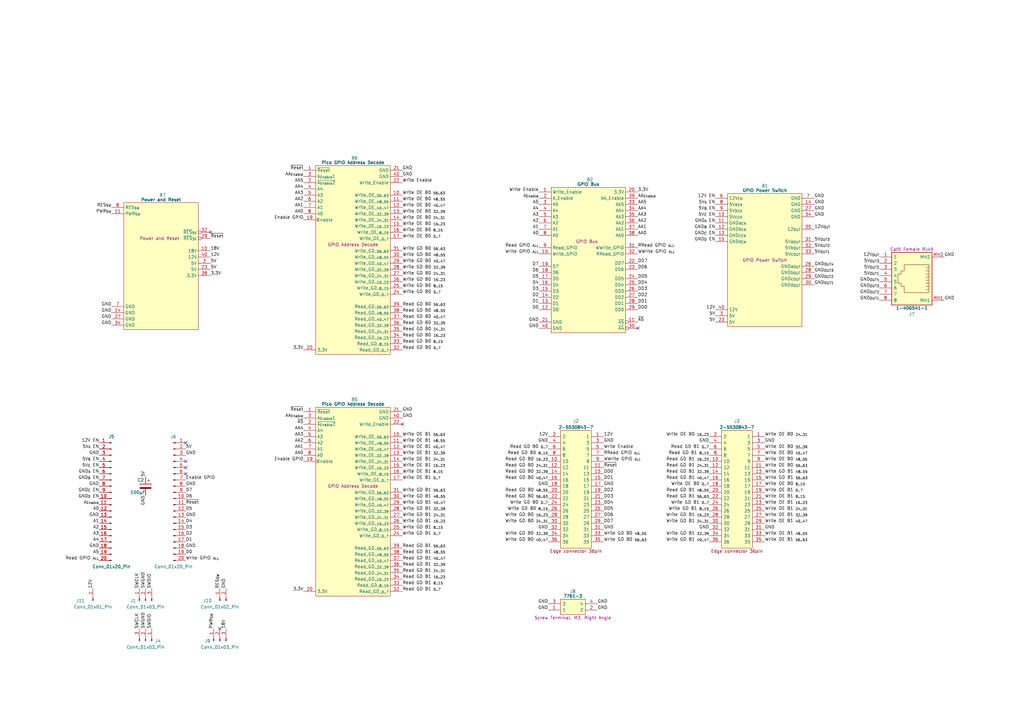
<source format=kicad_sch>
(kicad_sch (version 20231120) (generator "eeschema") (generator_version "8.0")
  (paper "A3")
  (title_block (title "GPIO Controller Board") (date "2025-04-24") (rev "V1"))
  (lib_symbols
    (symbol "Connector:Conn_01x01_Pin" (pin_names (offset 1.016) hide)
      (property "Reference" "J" (at 0 2.54 0))
      (property "Value" "Conn_01x01_Pin" (at 0 -2.54 0))
      (symbol "Conn_01x01_Pin_1_1"
        (polyline (pts (xy 1.27 0) (xy 0.8636 0)) (stroke (width 0.1524)))
        (rectangle (start 0.8636 0.127) (end 0 -0.127) (stroke (width 0.1524)) (fill (type outline)))
        (pin passive line (at 5.08 0 180) (length 3.81) (name "Pin_1") (number "1"))
      )
    )
    (symbol "Connector:Conn_01x02_Pin" (pin_names (offset 1.016) hide)
      (property "Reference" "J" (at 0 2.54 0))
      (property "Value" "Conn_01x02_Pin" (at 0 -5.08 0))
      (symbol "Conn_01x02_Pin_1_1"
        (polyline (pts (xy 1.27 -2.54) (xy 0.8636 -2.54)) (stroke (width 0.1524)))
        (polyline (pts (xy 1.27 0) (xy 0.8636 0)) (stroke (width 0.1524)))
        (rectangle (start 0.8636 -2.413) (end 0 -2.667) (stroke (width 0.1524)) (fill (type outline)))
        (rectangle (start 0.8636 0.127) (end 0 -0.127) (stroke (width 0.1524)) (fill (type outline)))
        (pin passive line (at 5.08 0 180) (length 3.81) (name "Pin_1") (number "1"))
        (pin passive line (at 5.08 -2.54 180) (length 3.81) (name "Pin_2") (number "2"))
      )
    )
    (symbol "Connector:Conn_01x03_Pin" (pin_names (offset 1.016) hide)
      (property "Reference" "J" (at 0 5.08 0))
      (property "Value" "Conn_01x03_Pin" (at 0 -5.08 0))
      (symbol "Conn_01x03_Pin_1_1"
        (polyline (pts (xy 1.27 -2.54) (xy 0.8636 -2.54)) (stroke (width 0.1524)))
        (polyline (pts (xy 1.27 0) (xy 0.8636 0)) (stroke (width 0.1524)))
        (polyline (pts (xy 1.27 2.54) (xy 0.8636 2.54)) (stroke (width 0.1524)))
        (rectangle (start 0.8636 -2.413) (end 0 -2.667) (stroke (width 0.1524)) (fill (type outline)))
        (rectangle (start 0.8636 0.127) (end 0 -0.127) (stroke (width 0.1524)) (fill (type outline)))
        (rectangle (start 0.8636 2.667) (end 0 2.413) (stroke (width 0.1524)) (fill (type outline)))
        (pin passive line (at 5.08 2.54 180) (length 3.81) (name "Pin_1") (number "1"))
        (pin passive line (at 5.08 0 180) (length 3.81) (name "Pin_2") (number "2"))
        (pin passive line (at 5.08 -2.54 180) (length 3.81) (name "Pin_3") (number "3"))
      )
    )
    (symbol "Connector:Conn_01x20_Pin" (pin_names (offset 1.016) hide)
      (property "Reference" "J" (at 0 25.4 0))
      (property "Value" "Conn_01x20_Pin" (at 0 -27.94 0))
      (symbol "Conn_01x20_Pin_1_1"
        (polyline (pts (xy 1.27 -25.4) (xy 0.8636 -25.4)) (stroke (width 0.1524)))
        (polyline (pts (xy 1.27 -22.86) (xy 0.8636 -22.86)) (stroke (width 0.1524)))
        (polyline (pts (xy 1.27 -20.32) (xy 0.8636 -20.32)) (stroke (width 0.1524)))
        (polyline (pts (xy 1.27 -17.78) (xy 0.8636 -17.78)) (stroke (width 0.1524)))
        (polyline (pts (xy 1.27 -15.24) (xy 0.8636 -15.24)) (stroke (width 0.1524)))
        (polyline (pts (xy 1.27 -12.7) (xy 0.8636 -12.7)) (stroke (width 0.1524)))
        (polyline (pts (xy 1.27 -10.16) (xy 0.8636 -10.16)) (stroke (width 0.1524)))
        (polyline (pts (xy 1.27 -7.62) (xy 0.8636 -7.62)) (stroke (width 0.1524)))
        (polyline (pts (xy 1.27 -5.08) (xy 0.8636 -5.08)) (stroke (width 0.1524)))
        (polyline (pts (xy 1.27 -2.54) (xy 0.8636 -2.54)) (stroke (width 0.1524)))
        (polyline (pts (xy 1.27 0) (xy 0.8636 0)) (stroke (width 0.1524)))
        (polyline (pts (xy 1.27 2.54) (xy 0.8636 2.54)) (stroke (width 0.1524)))
        (polyline (pts (xy 1.27 5.08) (xy 0.8636 5.08)) (stroke (width 0.1524)))
        (polyline (pts (xy 1.27 7.62) (xy 0.8636 7.62)) (stroke (width 0.1524)))
        (polyline (pts (xy 1.27 10.16) (xy 0.8636 10.16)) (stroke (width 0.1524)))
        (polyline (pts (xy 1.27 12.7) (xy 0.8636 12.7)) (stroke (width 0.1524)))
        (polyline (pts (xy 1.27 15.24) (xy 0.8636 15.24)) (stroke (width 0.1524)))
        (polyline (pts (xy 1.27 17.78) (xy 0.8636 17.78)) (stroke (width 0.1524)))
        (polyline (pts (xy 1.27 20.32) (xy 0.8636 20.32)) (stroke (width 0.1524)))
        (polyline (pts (xy 1.27 22.86) (xy 0.8636 22.86)) (stroke (width 0.1524)))
        (rectangle (start 0.8636 -25.273) (end 0 -25.527) (stroke (width 0.1524)) (fill (type outline)))
        (rectangle (start 0.8636 -22.733) (end 0 -22.987) (stroke (width 0.1524)) (fill (type outline)))
        (rectangle (start 0.8636 -20.193) (end 0 -20.447) (stroke (width 0.1524)) (fill (type outline)))
        (rectangle (start 0.8636 -17.653) (end 0 -17.907) (stroke (width 0.1524)) (fill (type outline)))
        (rectangle (start 0.8636 -15.113) (end 0 -15.367) (stroke (width 0.1524)) (fill (type outline)))
        (rectangle (start 0.8636 -12.573) (end 0 -12.827) (stroke (width 0.1524)) (fill (type outline)))
        (rectangle (start 0.8636 -10.033) (end 0 -10.287) (stroke (width 0.1524)) (fill (type outline)))
        (rectangle (start 0.8636 -7.493) (end 0 -7.747) (stroke (width 0.1524)) (fill (type outline)))
        (rectangle (start 0.8636 -4.953) (end 0 -5.207) (stroke (width 0.1524)) (fill (type outline)))
        (rectangle (start 0.8636 -2.413) (end 0 -2.667) (stroke (width 0.1524)) (fill (type outline)))
        (rectangle (start 0.8636 0.127) (end 0 -0.127) (stroke (width 0.1524)) (fill (type outline)))
        (rectangle (start 0.8636 2.667) (end 0 2.413) (stroke (width 0.1524)) (fill (type outline)))
        (rectangle (start 0.8636 5.207) (end 0 4.953) (stroke (width 0.1524)) (fill (type outline)))
        (rectangle (start 0.8636 7.747) (end 0 7.493) (stroke (width 0.1524)) (fill (type outline)))
        (rectangle (start 0.8636 10.287) (end 0 10.033) (stroke (width 0.1524)) (fill (type outline)))
        (rectangle (start 0.8636 12.827) (end 0 12.573) (stroke (width 0.1524)) (fill (type outline)))
        (rectangle (start 0.8636 15.367) (end 0 15.113) (stroke (width 0.1524)) (fill (type outline)))
        (rectangle (start 0.8636 17.907) (end 0 17.653) (stroke (width 0.1524)) (fill (type outline)))
        (rectangle (start 0.8636 20.447) (end 0 20.193) (stroke (width 0.1524)) (fill (type outline)))
        (rectangle (start 0.8636 22.987) (end 0 22.733) (stroke (width 0.1524)) (fill (type outline)))
        (pin passive line (at 5.08 22.86 180) (length 3.81) (name "Pin_1") (number "1"))
        (pin passive line (at 5.08 0 180) (length 3.81) (name "Pin_10") (number "10"))
        (pin passive line (at 5.08 -2.54 180) (length 3.81) (name "Pin_11") (number "11"))
        (pin passive line (at 5.08 -5.08 180) (length 3.81) (name "Pin_12") (number "12"))
        (pin passive line (at 5.08 -7.62 180) (length 3.81) (name "Pin_13") (number "13"))
        (pin passive line (at 5.08 -10.16 180) (length 3.81) (name "Pin_14") (number "14"))
        (pin passive line (at 5.08 -12.7 180) (length 3.81) (name "Pin_15") (number "15"))
        (pin passive line (at 5.08 -15.24 180) (length 3.81) (name "Pin_16") (number "16"))
        (pin passive line (at 5.08 -17.78 180) (length 3.81) (name "Pin_17") (number "17"))
        (pin passive line (at 5.08 -20.32 180) (length 3.81) (name "Pin_18") (number "18"))
        (pin passive line (at 5.08 -22.86 180) (length 3.81) (name "Pin_19") (number "19"))
        (pin passive line (at 5.08 20.32 180) (length 3.81) (name "Pin_2") (number "2"))
        (pin passive line (at 5.08 -25.4 180) (length 3.81) (name "Pin_20") (number "20"))
        (pin passive line (at 5.08 17.78 180) (length 3.81) (name "Pin_3") (number "3"))
        (pin passive line (at 5.08 15.24 180) (length 3.81) (name "Pin_4") (number "4"))
        (pin passive line (at 5.08 12.7 180) (length 3.81) (name "Pin_5") (number "5"))
        (pin passive line (at 5.08 10.16 180) (length 3.81) (name "Pin_6") (number "6"))
        (pin passive line (at 5.08 7.62 180) (length 3.81) (name "Pin_7") (number "7"))
        (pin passive line (at 5.08 5.08 180) (length 3.81) (name "Pin_8") (number "8"))
        (pin passive line (at 5.08 2.54 180) (length 3.81) (name "Pin_9") (number "9"))
      )
    )
    (symbol "HCP65:C_Radial_D6.3mm_P2.50mm" (pin_numbers hide) (pin_names (offset 0.254))
      (property "Reference" "C" (at 0.635 2.54 0))
      (property "Value" "?μF" (at 0.635 -2.54 0))
      (symbol "C_Radial_D6.3mm_P2.50mm_0_1"
        (rectangle (start -2.286 0.508) (end 2.286 1.016))
        (polyline (pts (xy -1.778 2.286) (xy -0.762 2.286)))
        (polyline (pts (xy -1.27 2.794) (xy -1.27 1.778)))
        (rectangle (start 2.286 -0.508) (end -2.286 -1.016) (fill (type outline)))
      )
      (symbol "C_Radial_D6.3mm_P2.50mm_1_1"
        (pin passive line (at 0 3.81 270) (length 2.794) (name "~") (number "1"))
        (pin passive line (at 0 -3.81 90) (length 2.794) (name "~") (number "2"))
      )
    )
    (symbol "HCP65:GPIO Bus"
      (property "Reference" "B" (at 15.875 5.08 0))
      (property "Value" "GPIO Bus" (at 15.24 3.175 0))
      (property "Description" "GPIO Bus" (at 14.605 -20.32 0))
      (symbol "GPIO Bus_0_1"
        (polyline (pts (xy 0 1.905) (xy 30.48 1.905) (xy 30.48 -57.785) (xy 0 -57.785) (xy 0 1.905)) (stroke (width 0.1524)) (fill (type background)))
      )
      (symbol "GPIO Bus_1_0"
        (pin output line (at 35.56 -25.4 180) (length 5.08) (name "RRead_GPIO") (number "32"))
        (pin output line (at 35.56 -2.54 180) (length 5.08) (name "AA_Enable") (number "39"))
        (pin passive line (at -5.08 -55.88 0) (length 5.08) (name "GND") (number "40"))
      )
      (symbol "GPIO Bus_1_1"
        (pin input line (at -5.08 0 0) (length 5.08) (name "Write_Enable") (number "1"))
        (pin input line (at -5.08 -25.4 0) (length 5.08) (name "Write_GPIO") (number "10"))
        (pin output inverted (at 35.56 -53.34 180) (length 5.08) (name "~{A5}") (number "11"))
        (pin tri_state line (at -5.08 -48.26 0) (length 5.08) (name "D0") (number "12"))
        (pin tri_state line (at -5.08 -45.72 0) (length 5.08) (name "D1") (number "13"))
        (pin tri_state line (at -5.08 -43.18 0) (length 5.08) (name "D2") (number "14"))
        (pin tri_state line (at -5.08 -40.64 0) (length 5.08) (name "D3") (number "15"))
        (pin tri_state line (at -5.08 -38.1 0) (length 5.08) (name "D4") (number "16"))
        (pin tri_state line (at -5.08 -35.56 0) (length 5.08) (name "D5") (number "17"))
        (pin tri_state line (at -5.08 -33.02 0) (length 5.08) (name "D6") (number "18"))
        (pin tri_state line (at -5.08 -30.48 0) (length 5.08) (name "D7") (number "19"))
        (pin input line (at -5.08 -2.54 0) (length 5.08) (name "A_Enable") (number "2"))
        (pin passive line (at 35.56 0 180) (length 5.08) (name "3.3V") (number "20"))
        (pin passive line (at -5.08 -53.34 0) (length 5.08) (name "GND") (number "21"))
        (pin tri_state line (at 35.56 -29.21 180) (length 5.08) (name "DD7") (number "22"))
        (pin tri_state line (at 35.56 -31.75 180) (length 5.08) (name "DD6") (number "23"))
        (pin tri_state line (at 35.56 -35.56 180) (length 5.08) (name "DD5") (number "24"))
        (pin tri_state line (at 35.56 -38.1 180) (length 5.08) (name "DD4") (number "25"))
        (pin tri_state line (at 35.56 -40.64 180) (length 5.08) (name "DD3") (number "26"))
        (pin tri_state line (at 35.56 -43.18 180) (length 5.08) (name "DD2") (number "27"))
        (pin tri_state line (at 35.56 -45.72 180) (length 5.08) (name "DD1") (number "28"))
        (pin tri_state line (at 35.56 -48.26 180) (length 5.08) (name "DD0") (number "29"))
        (pin input line (at -5.08 -5.08 0) (length 5.08) (name "A5") (number "3"))
        (pin output inverted (at 35.56 -55.88 180) (length 5.08) (name "~{A4}") (number "30"))
        (pin output line (at 35.56 -22.86 180) (length 5.08) (name "WWrite_GPIO") (number "31"))
        (pin output line (at 35.56 -5.08 180) (length 5.08) (name "AA5") (number "33"))
        (pin output line (at 35.56 -7.62 180) (length 5.08) (name "AA4") (number "34"))
        (pin output line (at 35.56 -10.16 180) (length 5.08) (name "AA3") (number "35"))
        (pin output line (at 35.56 -12.7 180) (length 5.08) (name "AA2") (number "36"))
        (pin output line (at 35.56 -15.24 180) (length 5.08) (name "AA1") (number "37"))
        (pin output line (at 35.56 -17.78 180) (length 5.08) (name "AA0") (number "38"))
        (pin input line (at -5.08 -7.62 0) (length 5.08) (name "A4") (number "4"))
        (pin input line (at -5.08 -10.16 0) (length 5.08) (name "A3") (number "5"))
        (pin input line (at -5.08 -12.7 0) (length 5.08) (name "A2") (number "6"))
        (pin input line (at -5.08 -15.24 0) (length 5.08) (name "A1") (number "7"))
        (pin input line (at -5.08 -17.78 0) (length 5.08) (name "A0") (number "8"))
        (pin input line (at -5.08 -22.86 0) (length 5.08) (name "Read_GPIO") (number "9"))
      )
    )
    (symbol "HCP65:GPIO_Address_Decode"
      (property "Reference" "B" (at 15.875 5.08 0))
      (property "Value" "GPIO Address Decode" (at 15.24 3.175 0))
      (property "Description" "GPIO Address Decode" (at 15.24 -30.48 0))
      (symbol "GPIO_Address_Decode_0_1"
        (polyline (pts (xy 0 1.905) (xy 30.48 1.905) (xy 30.48 -75.565) (xy 0 -75.565) (xy 0 1.905)) (stroke (width 0.1524)) (fill (type background)))
      )
      (symbol "GPIO_Address_Decode_1_0"
        (pin output line (at 35.56 -73.66 180) (length 5.08) (name "Read_GD__{0..7}") (number "32"))
        (pin output line (at 35.56 -71.12 180) (length 5.08) (name "Read_GD__{8..15}") (number "33"))
        (pin output line (at 35.56 -68.58 180) (length 5.08) (name "Read_GD__{16..23}") (number "34"))
        (pin output line (at 35.56 -66.04 180) (length 5.08) (name "Read_GD__{24..31}") (number "35"))
        (pin output line (at 35.56 -63.5 180) (length 5.08) (name "Read_GD__{32..39}") (number "36"))
        (pin output line (at 35.56 -60.96 180) (length 5.08) (name "Read_GD__{40..47}") (number "37"))
        (pin output line (at 35.56 -58.42 180) (length 5.08) (name "Read_GD__{48..55}") (number "38"))
        (pin output line (at 35.56 -55.88 180) (length 5.08) (name "Read_GD__{56..63}") (number "39"))
      )
      (symbol "GPIO_Address_Decode_1_1"
        (pin input line (at -5.08 0 0) (length 5.08) (name "~{Reset}") (number "1"))
        (pin output line (at 35.56 -10.16 180) (length 5.08) (name "Write_OE__{56..63}") (number "10"))
        (pin output line (at 35.56 -12.7 180) (length 5.08) (name "Write_OE__{48..55}") (number "11"))
        (pin output line (at 35.56 -15.24 180) (length 5.08) (name "Write_OE__{40..47}") (number "12"))
        (pin output line (at 35.56 -17.78 180) (length 5.08) (name "Write_OE__{32..39}") (number "13"))
        (pin output line (at 35.56 -20.32 180) (length 5.08) (name "Write_OE__{24..31}") (number "14"))
        (pin output line (at 35.56 -22.86 180) (length 5.08) (name "Write_OE__{16..23}") (number "15"))
        (pin output line (at 35.56 -25.4 180) (length 5.08) (name "Write_OE__{8..15}") (number "16"))
        (pin output line (at 35.56 -27.94 180) (length 5.08) (name "Write_OE__{0..7}") (number "17"))
        (pin no_connect line (at -5.08 -68.58 0) (length 5.08) hide (name "N.C.") (number "18"))
        (pin input clock (at -5.08 -20.32 0) (length 5.08) (name "Enable") (number "19"))
        (pin input line (at -5.08 -5.08 0) (length 5.08) (name "~{A_{Enable}2}") (number "2"))
        (pin passive line (at -5.08 -73.66 0) (length 5.08) (name "3.3V") (number "20"))
        (pin passive line (at 35.56 0 180) (length 5.08) (name "GND") (number "21"))
        (pin output line (at 35.56 -5.08 180) (length 5.08) (name "Write_Enable") (number "22"))
        (pin no_connect line (at -5.08 -71.12 0) (length 5.08) hide (name "N.C.") (number "23"))
        (pin output line (at 35.56 -50.8 180) (length 5.08) (name "Write_GD__{0..7}") (number "24"))
        (pin output line (at 35.56 -48.26 180) (length 5.08) (name "Write_GD__{8..15}") (number "25"))
        (pin output line (at 35.56 -45.72 180) (length 5.08) (name "Write_GD__{16..23}") (number "26"))
        (pin output line (at 35.56 -43.18 180) (length 5.08) (name "Write_GD__{24..31}") (number "27"))
        (pin output line (at 35.56 -40.64 180) (length 5.08) (name "Write_GD__{32..39}") (number "28"))
        (pin output line (at 35.56 -38.1 180) (length 5.08) (name "Write_GD__{40..47}") (number "29"))
        (pin input line (at -5.08 -2.54 0) (length 5.08) (name "A_{Enable}1") (number "3"))
        (pin output line (at 35.56 -35.56 180) (length 5.08) (name "Write_GD__{48..55}") (number "30"))
        (pin output line (at 35.56 -33.02 180) (length 5.08) (name "Write_GD__{56..63}") (number "31"))
        (pin input line (at -5.08 -7.62 0) (length 5.08) (name "A4") (number "4"))
        (pin passive line (at 35.56 -2.54 180) (length 5.08) (name "GND") (number "40"))
        (pin input line (at -5.08 -10.16 0) (length 5.08) (name "A3") (number "5"))
        (pin input line (at -5.08 -12.7 0) (length 5.08) (name "A2") (number "6"))
        (pin input line (at -5.08 -15.24 0) (length 5.08) (name "A1") (number "7"))
        (pin input line (at -5.08 -17.78 0) (length 5.08) (name "A0") (number "8"))
        (pin no_connect line (at -5.08 -66.04 0) (length 5.08) hide (name "N.C.") (number "9"))
      )
    )
    (symbol "HCP65:GPIO_Power_Switch"
      (property "Reference" "B" (at 15.24 5.08 0))
      (property "Value" "GPIO Power Switch" (at 15.24 3.175 0))
      (property "Description" "GPIO Power Switch" (at 15.24 -25.4 0))
      (symbol "GPIO_Power_Switch_0_1"
        (polyline (pts (xy 0 1.905) (xy 30.48 1.905) (xy 30.48 -52.705) (xy 0 -52.705) (xy 0 1.905)) (stroke (width 0.1524)) (fill (type background)))
      )
      (symbol "GPIO_Power_Switch_1_0"
        (pin passive line (at 35.56 -20.32 180) (length 5.08) (name "5Vb_{OUT}") (number "32"))
        (pin no_connect line (at 35.56 -45.72 180) (length 5.08) hide (name "N.C.") (number "39"))
        (pin passive line (at -5.08 -45.72 0) (length 5.08) (name "12V") (number "40"))
      )
      (symbol "GPIO_Power_Switch_1_1"
        (pin no_connect line (at -5.08 -20.32 0) (length 5.08) hide (name "N.C.") (number "1"))
        (pin input line (at -5.08 -7.62 0) (length 5.08) (name "5Vc_{EN}") (number "10"))
        (pin input line (at -5.08 -10.16 0) (length 5.08) (name "GNDa_{EN}") (number "11"))
        (pin input line (at -5.08 -12.7 0) (length 5.08) (name "GNDb_{EN}") (number "12"))
        (pin input line (at -5.08 -15.24 0) (length 5.08) (name "GNDc_{EN}") (number "13"))
        (pin passive line (at 35.56 -2.54 180) (length 5.08) (name "GND") (number "14"))
        (pin input line (at -5.08 -17.78 0) (length 5.08) (name "GNDd_{EN}") (number "15"))
        (pin no_connect line (at -5.08 -30.48 0) (length 5.08) hide (name "N.C.") (number "16"))
        (pin no_connect line (at -5.08 -33.02 0) (length 5.08) hide (name "N.C.") (number "17"))
        (pin no_connect line (at -5.08 -35.56 0) (length 5.08) hide (name "N.C.") (number "18"))
        (pin no_connect line (at -5.08 -38.1 0) (length 5.08) hide (name "N.C.") (number "19"))
        (pin no_connect line (at -5.08 -22.86 0) (length 5.08) hide (name "N.C.") (number "2"))
        (pin no_connect line (at -5.08 -40.64 0) (length 5.08) hide (name "N.C.") (number "20"))
        (pin no_connect line (at -5.08 -43.18 0) (length 5.08) hide (name "N.C.") (number "21"))
        (pin no_connect line (at 35.56 -10.16 180) (length 5.08) hide (name "N.C.") (number "22"))
        (pin passive line (at -5.08 -50.8 0) (length 5.08) (name "5V") (number "23"))
        (pin no_connect line (at 35.56 -50.8 180) (length 5.08) hide (name "N.C.") (number "24"))
        (pin no_connect line (at 35.56 -48.26 180) (length 5.08) hide (name "N.C.") (number "25"))
        (pin passive line (at 35.56 -27.94 180) (length 5.08) (name "GNDa_{OUT}") (number "26"))
        (pin passive line (at 35.56 -5.08 180) (length 5.08) (name "GND") (number "27"))
        (pin passive line (at 35.56 -30.48 180) (length 5.08) (name "GNDb_{OUT}") (number "28"))
        (pin passive line (at 35.56 -33.02 180) (length 5.08) (name "GNDc_{OUT}") (number "29"))
        (pin passive line (at -5.08 -48.26 0) (length 5.08) (name "5V") (number "3"))
        (pin passive line (at 35.56 -35.56 180) (length 5.08) (name "GNDd_{OUT}") (number "30"))
        (pin passive line (at 35.56 -17.78 180) (length 5.08) (name "5Va_{OUT}") (number "31"))
        (pin passive line (at 35.56 -22.86 180) (length 5.08) (name "5Vc_{OUT}") (number "33"))
        (pin passive line (at 35.56 -7.62 180) (length 5.08) (name "GND") (number "34"))
        (pin passive line (at 35.56 -12.7 180) (length 5.08) (name "12_{OUT}") (number "35"))
        (pin no_connect line (at 35.56 -38.1 180) (length 5.08) hide (name "N.C.") (number "36"))
        (pin no_connect line (at 35.56 -40.64 180) (length 5.08) hide (name "N.C.") (number "37"))
        (pin no_connect line (at 35.56 -43.18 180) (length 5.08) hide (name "N.C.") (number "38"))
        (pin no_connect line (at -5.08 -25.4 0) (length 5.08) hide (name "N.C.") (number "4"))
        (pin no_connect line (at -5.08 -27.94 0) (length 5.08) hide (name "N.C.") (number "5"))
        (pin input line (at -5.08 0 0) (length 5.08) (name "12V_{EN}") (number "6"))
        (pin passive line (at 35.56 0 180) (length 5.08) (name "GND") (number "7"))
        (pin input line (at -5.08 -2.54 0) (length 5.08) (name "5Va_{EN}") (number "8"))
        (pin input line (at -5.08 -5.08 0) (length 5.08) (name "5Vb_{EN}") (number "9"))
      )
    )
    (symbol "HCP65:Power_and_Reset"
      (property "Reference" "B" (at 15.875 5.08 0))
      (property "Value" "Power and Reset" (at 15.24 3.175 0))
      (property "Description" "Power and Reset" (at 14.605 -12.7 0))
      (symbol "Power_and_Reset_0_1"
        (polyline (pts (xy 0 1.905) (xy 30.48 1.905) (xy 30.48 -50.165) (xy 0 -50.165) (xy 0 1.905)) (stroke (width 0.1524)) (fill (type background)))
      )
      (symbol "Power_and_Reset_1_0"
        (pin output inverted (at 35.56 -10.16 180) (length 5.08) (name "~{RES}_{5V}") (number "32"))
        (pin no_connect line (at 35.56 -45.72 180) (length 5.08) hide (name "N.C.") (number "39"))
        (pin passive line (at 35.56 -20.32 180) (length 5.08) (name "12V") (number "40"))
      )
      (symbol "Power_and_Reset_1_1"
        (pin no_connect line (at 35.56 -15.24 180) (length 5.08) hide (name "N.C.") (number "1"))
        (pin passive line (at 35.56 -17.78 180) (length 5.08) (name "18V") (number "10"))
        (pin passive line (at -5.08 -2.54 0) (length 5.08) (name "PWR_{SW}") (number "11"))
        (pin no_connect line (at -5.08 -17.78 0) (length 5.08) hide (name "N.C.") (number "12"))
        (pin no_connect line (at -5.08 -20.32 0) (length 5.08) hide (name "N.C.") (number "13"))
        (pin passive line (at -5.08 -43.18 0) (length 5.08) (name "GND") (number "14"))
        (pin no_connect line (at -5.08 -22.86 0) (length 5.08) hide (name "N.C.") (number "15"))
        (pin no_connect line (at -5.08 -25.4 0) (length 5.08) hide (name "N.C.") (number "16"))
        (pin no_connect line (at -5.08 -27.94 0) (length 5.08) hide (name "N.C.") (number "17"))
        (pin no_connect line (at -5.08 -30.48 0) (length 5.08) hide (name "N.C.") (number "18"))
        (pin no_connect line (at -5.08 -33.02 0) (length 5.08) hide (name "N.C.") (number "19"))
        (pin no_connect line (at -5.08 -5.08 0) (length 5.08) hide (name "N.C.") (number "2"))
        (pin no_connect line (at -5.08 -35.56 0) (length 5.08) hide (name "N.C.") (number "20"))
        (pin no_connect line (at -5.08 -38.1 0) (length 5.08) hide (name "N.C.") (number "21"))
        (pin no_connect line (at 35.56 0 180) (length 5.08) hide (name "N.C.") (number "22"))
        (pin passive line (at 35.56 -25.4 180) (length 5.08) (name "5V") (number "23"))
        (pin no_connect line (at 35.56 -2.54 180) (length 5.08) hide (name "N.C.") (number "24"))
        (pin no_connect line (at 35.56 -5.08 180) (length 5.08) hide (name "N.C.") (number "25"))
        (pin no_connect line (at 35.56 -7.62 180) (length 5.08) hide (name "N.C.") (number "26"))
        (pin passive line (at -5.08 -45.72 0) (length 5.08) (name "GND") (number "27"))
        (pin no_connect line (at 35.56 -48.26 180) (length 5.08) hide (name "N.C.") (number "28"))
        (pin output inverted (at 35.56 -12.7 180) (length 5.08) (name "~{RES}_{3V}") (number "29"))
        (pin passive line (at 35.56 -22.86 180) (length 5.08) (name "5V") (number "3"))
        (pin no_connect line (at 35.56 -30.48 180) (length 5.08) hide (name "N.C.") (number "30"))
        (pin no_connect line (at 35.56 -33.02 180) (length 5.08) hide (name "N.C.") (number "31"))
        (pin no_connect line (at 35.56 -35.56 180) (length 5.08) hide (name "N.C.") (number "33"))
        (pin passive line (at -5.08 -48.26 0) (length 5.08) (name "GND") (number "34"))
        (pin no_connect line (at 35.56 -38.1 180) (length 5.08) hide (name "N.C.") (number "35"))
        (pin no_connect line (at 35.56 -40.64 180) (length 5.08) hide (name "N.C.") (number "36"))
        (pin no_connect line (at 35.56 -43.18 180) (length 5.08) hide (name "N.C.") (number "37"))
        (pin passive line (at 35.56 -27.94 180) (length 5.08) (name "3.3V") (number "38"))
        (pin no_connect line (at -5.08 -7.62 0) (length 5.08) hide (name "N.C.") (number "4"))
        (pin no_connect line (at -5.08 -10.16 0) (length 5.08) hide (name "N.C.") (number "5"))
        (pin no_connect line (at -5.08 -12.7 0) (length 5.08) hide (name "N.C.") (number "6"))
        (pin passive line (at -5.08 -40.64 0) (length 5.08) (name "GND") (number "7"))
        (pin passive line (at -5.08 0 0) (length 5.08) (name "RES_{SW}") (number "8"))
        (pin no_connect line (at -5.08 -15.24 0) (length 5.08) hide (name "N.C.") (number "9"))
      )
    )
    (symbol "Keystone:7761-3" (pin_names (offset 0.762))
      (property "Reference" "J" (at 10.16 5.08 0))
      (property "Value" "7761-3" (at 10.16 3.175 0))
      (property "Description" "Screw Terminal, M3, Right Angle" (at 10.16 -5.715 0))
      (symbol "7761-3_0_0"
        (pin passive line (at 0 -2.54 0) (length 5.08) (name "1") (number "1"))
        (pin passive line (at 20.32 -2.54 180) (length 5.08) (name "2") (number "2"))
        (pin passive line (at 0 0 0) (length 5.08) (name "3") (number "3"))
        (pin passive line (at 20.32 0 180) (length 5.08) (name "4") (number "4"))
      )
      (symbol "7761-3_1_1"
        (polyline (pts (xy 5.08 1.905) (xy 15.24 1.905) (xy 15.24 -4.445) (xy 5.08 -4.445) (xy 5.08 1.905)) (stroke (width 0.1524)) (fill (type background)))
      )
    )
    (symbol "TE_Connectivity:1-406541-1" (pin_names (offset 0.762))
      (property "Reference" "J" (at -13.335 5.715 0))
      (property "Value" "1-406541-1" (at -13.335 3.175 0))
      (property "Description" "Cat5 Female RJ45" (at -13.335 -20.955 0))
      (symbol "1-406541-1_0_0"
        (pin passive line (at 0 -17.78 180) (length 5.08) (name "1") (number "1"))
        (pin passive line (at 0 -15.24 180) (length 5.08) (name "2") (number "2"))
        (pin passive line (at 0 -12.7 180) (length 5.08) (name "3") (number "3"))
        (pin passive line (at 0 -10.16 180) (length 5.08) (name "4") (number "4"))
        (pin passive line (at 0 -7.62 180) (length 5.08) (name "5") (number "5"))
        (pin passive line (at 0 -5.08 180) (length 5.08) (name "6") (number "6"))
        (pin passive line (at 0 -2.54 180) (length 5.08) (name "7") (number "7"))
        (pin passive line (at 0 0 180) (length 5.08) (name "8") (number "8"))
      )
      (symbol "1-406541-1_0_1"
        (rectangle (start -21.59 1.905) (end -5.08 -19.685) (stroke (width 0.254)) (fill (type background)))
        (polyline (pts (xy -19.05 -5.715) (xy -20.32 -5.715)))
        (polyline (pts (xy -19.05 -4.445) (xy -20.32 -4.445)))
        (polyline (pts (xy -20.32 -13.335) (xy -19.05 -13.335) (xy -19.05 -13.335)))
        (polyline (pts (xy -20.32 -12.065) (xy -19.05 -12.065) (xy -19.05 -12.065)))
        (polyline (pts (xy -20.32 -10.795) (xy -19.05 -10.795) (xy -19.05 -10.795)))
        (polyline (pts (xy -20.32 -9.525) (xy -19.05 -9.525) (xy -19.05 -9.525)))
        (polyline (pts (xy -20.32 -8.255) (xy -19.05 -8.255) (xy -19.05 -8.255)))
        (polyline (pts (xy -19.05 -6.985) (xy -20.32 -6.985) (xy -20.32 -6.985)))
        (polyline (pts (xy -20.32 -14.605) (xy -20.32 -3.175) (xy -10.16 -3.175) (xy -10.16 -5.715) (xy -8.89 -5.715) (xy -8.89 -6.985) (xy -7.62 -6.985) (xy -7.62 -10.795) (xy -8.89 -10.795) (xy -8.89 -12.065) (xy -10.16 -12.065) (xy -10.16 -14.605) (xy -20.32 -14.605) (xy -20.32 -14.605)))
      )
      (symbol "1-406541-1_1_0"
        (pin passive line (at -26.67 0 0) (length 5.08) (name "MH1") (number "MH1"))
        (pin passive line (at -26.67 -17.78 0) (length 5.08) (name "MH2") (number "MH2"))
      )
    )
    (symbol "TE_Connectivity:2-5530843-7" (pin_names (offset 0.762))
      (property "Reference" "J" (at 11.43 6.35 0))
      (property "Value" "2-5530843-7" (at 11.43 3.81 0))
      (symbol "2-5530843-7_0_0"
        (pin passive line (at 0 0 0) (length 5.08) (name "1") (number "1"))
        (pin passive line (at 22.86 -10.16 180) (length 5.08) (name "10") (number "10"))
        (pin passive line (at 0 -12.7 0) (length 5.08) (name "11") (number "11"))
        (pin passive line (at 22.86 -12.7 180) (length 5.08) (name "12") (number "12"))
        (pin passive line (at 0 -15.24 0) (length 5.08) (name "13") (number "13"))
        (pin passive line (at 22.86 -15.24 180) (length 5.08) (name "14") (number "14"))
        (pin passive line (at 0 -17.78 0) (length 5.08) (name "15") (number "15"))
        (pin passive line (at 22.86 -17.78 180) (length 5.08) (name "16") (number "16"))
        (pin passive line (at 0 -20.32 0) (length 5.08) (name "17") (number "17"))
        (pin passive line (at 22.86 -20.32 180) (length 5.08) (name "18") (number "18"))
        (pin passive line (at 0 -22.86 0) (length 5.08) (name "19") (number "19"))
        (pin passive line (at 22.86 0 180) (length 5.08) (name "2") (number "2"))
        (pin passive line (at 22.86 -22.86 180) (length 5.08) (name "20") (number "20"))
        (pin passive line (at 0 -25.4 0) (length 5.08) (name "21") (number "21"))
        (pin passive line (at 22.86 -25.4 180) (length 5.08) (name "22") (number "22"))
        (pin passive line (at 0 -27.94 0) (length 5.08) (name "23") (number "23"))
        (pin passive line (at 22.86 -27.94 180) (length 5.08) (name "24") (number "24"))
        (pin passive line (at 0 -30.48 0) (length 5.08) (name "25") (number "25"))
        (pin passive line (at 22.86 -30.48 180) (length 5.08) (name "26") (number "26"))
        (pin passive line (at 0 -33.02 0) (length 5.08) (name "27") (number "27"))
        (pin passive line (at 22.86 -33.02 180) (length 5.08) (name "28") (number "28"))
        (pin passive line (at 0 -35.56 0) (length 5.08) (name "29") (number "29"))
        (pin passive line (at 0 -2.54 0) (length 5.08) (name "3") (number "3"))
        (pin passive line (at 22.86 -35.56 180) (length 5.08) (name "30") (number "30"))
        (pin passive line (at 0 -38.1 0) (length 5.08) (name "31") (number "31"))
        (pin passive line (at 22.86 -38.1 180) (length 5.08) (name "32") (number "32"))
        (pin passive line (at 0 -40.64 0) (length 5.08) (name "33") (number "33"))
        (pin passive line (at 22.86 -40.64 180) (length 5.08) (name "34") (number "34"))
        (pin passive line (at 0 -43.18 0) (length 5.08) (name "35") (number "35"))
        (pin passive line (at 22.86 -43.18 180) (length 5.08) (name "36") (number "36"))
        (pin passive line (at 22.86 -2.54 180) (length 5.08) (name "4") (number "4"))
        (pin passive line (at 0 -5.08 0) (length 5.08) (name "5") (number "5"))
        (pin passive line (at 22.86 -5.08 180) (length 5.08) (name "6") (number "6"))
        (pin passive line (at 0 -7.62 0) (length 5.08) (name "7") (number "7"))
        (pin passive line (at 22.86 -7.62 180) (length 5.08) (name "8") (number "8"))
        (pin passive line (at 0 -10.16 0) (length 5.08) (name "9") (number "9"))
      )
      (symbol "2-5530843-7_1_1"
        (polyline (pts (xy 5.08 2.54) (xy 17.78 2.54) (xy 17.78 -45.72) (xy 5.08 -45.72) (xy 5.08 2.54)) (stroke (width 0.1524)) (fill (type background)))
        (text "Edge connector 36pin" (at 11.43 -46.99 0) (effects (font (size 1.27 1.27))))
      )
    )
  )
  (no_connect (at 90.17 257.81))
  (no_connect (at 165.1 173.99))
  (no_connect (at 86.36 95.25))
  (no_connect (at 261.62 134.62))
  (no_connect (at 76.2 191.77))
  (no_connect (at 76.2 189.23))
  (no_connect (at 76.2 194.31))
  (no_connect (at 76.2 181.61))
  (label "Read GD B1 _{48..55}" (at 165.1 227.33 0))
  (label "Write GD B1 _{40..47}" (at 165.1 207.01 0))
  (label "WWrite GPIO _{ALL}" (at 247.65 189.23 0))
  (label "GND" (at 45.72 130.81 180))
  (label "GND" (at 290.83 181.61 180))
  (label "Write OE B1 _{40..47}" (at 313.69 214.63 0))
  (label "AA3" (at 261.62 88.9 0))
  (label "Read GD B0 _{32..39}" (at 224.79 194.31 180))
  (label "5V_{OUT3}" (at 334.01 99.06 0))
  (label "GND" (at 165.1 171.45 0))
  (label "Write OE B1 _{0..7}" (at 165.1 196.85 0))
  (label "Write OE B0 _{32..39}" (at 313.69 184.15 0))
  (label "DD4" (at 261.62 116.84 0))
  (label "Write GD B0 _{32..39}" (at 224.79 219.71 180))
  (label "Read GD B0 _{8..15}" (at 165.1 140.97 0))
  (label "DD3" (at 261.62 119.38 0))
  (label "D0" (at 220.98 127 180))
  (label "AA1" (at 124.46 85.09 180))
  (label "RES_{SW}" (at 45.72 85.09 180))
  (label "12V EN" (at 40.64 181.61 180))
  (label "Write OE B1 _{56..63}" (at 165.1 179.07 0))
  (label "GND" (at 334.01 83.82 0))
  (label "3.3V" (at 261.62 78.74 0))
  (label "5V" (at 86.36 107.95 0))
  (label "SWGND" (at 59.69 241.3 90))
  (label "WWrite GPIO _{ALL}" (at 261.62 104.14 0))
  (label "5V_{OUT2}" (at 334.01 101.6 0))
  (label "Read GD B1 _{8..15}" (at 165.1 240.03 0))
  (label "Write GD B0 _{8..15}" (at 165.1 118.11 0))
  (label "5V_{OUT3}" (at 360.68 107.95 180))
  (label "5V_{C} EN" (at 40.64 191.77 180))
  (label "Read GD B1 _{40..47}" (at 165.1 229.87 0))
  (label "GND" (at 290.83 217.17 180))
  (label "GND" (at 245.11 250.19 0))
  (label "5V_{OUT2}" (at 360.68 110.49 180))
  (label "GND_{A} EN" (at 293.37 91.44 180))
  (label "Write GD B1 _{16..23}" (at 290.83 212.09 180))
  (label "Write OE B1 _{16..23}" (at 165.1 191.77 0))
  (label "GND_{A} EN" (at 40.64 194.31 180))
  (label "A3" (at 220.98 88.9 180))
  (label "GND_{OUT1}" (at 334.01 116.84 0))
  (label "5V_{OUT1}" (at 360.68 113.03 180))
  (label "Write GD B1 _{16..23}" (at 165.1 214.63 0))
  (label "GND" (at 387.35 123.19 0))
  (label "Read GD B0 _{40..47}" (at 165.1 130.81 0))
  (label "12V" (at 86.36 105.41 0))
  (label "Read GD B1 _{56..63}" (at 165.1 224.79 0))
  (label "A0" (at 220.98 96.52 180))
  (label "5V" (at 86.36 110.49 0))
  (label "Read GPIO _{ALL}" (at 40.64 229.87 180))
  (label "12V_{OUT}" (at 334.01 93.98 0))
  (label "Write OE B0 _{8..15}" (at 165.1 95.25 0))
  (label "Read GPIO _{ALL}" (at 220.98 101.6 180))
  (label "PWR_{SW}" (at 45.72 87.63 180))
  (label "Write GD B1 _{24..31}" (at 290.83 214.63 180))
  (label "D3" (at 220.98 119.38 180))
  (label "SWDIO" (at 62.23 257.81 90))
  (label "Write GD B1 _{8..15}" (at 290.83 209.55 180))
  (label "Write OE B1 _{48..55}" (at 313.69 219.71 0))
  (label "GND_{D} EN" (at 293.37 99.06 180))
  (label "A2" (at 40.64 217.17 180))
  (label "Write OE B1 _{32..39}" (at 313.69 212.09 0))
  (label "Write OE B0 _{24..31}" (at 165.1 90.17 0))
  (label "Read GD B1 _{40..47}" (at 290.83 196.85 180))
  (label "Write GD B0 _{56..63}" (at 165.1 102.87 0))
  (label "DD1" (at 261.62 124.46 0))
  (label "AA_{Enable}" (at 261.62 81.28 0))
  (label "GND" (at 165.1 72.39 0))
  (label "Write OE B0 _{40..47}" (at 313.69 186.69 0))
  (label "12V" (at 224.79 179.07 180))
  (label "Read GD B0 _{56..63}" (at 165.1 125.73 0))
  (label "Read GD B1 _{48..55}" (at 290.83 201.93 180))
  (label "Write GD B0 _{16..23}" (at 224.79 212.09 180))
  (label "GND" (at 59.69 203.2 270))
  (label "D2" (at 220.98 121.92 180))
  (label "Read GD B1 _{0..7}" (at 290.83 184.15 180))
  (label "GND_{OUT3}" (at 360.68 118.11 180))
  (label "Write OE B1 _{24..31}" (at 165.1 189.23 0))
  (label "~{Reset}" (at 124.46 168.91 180))
  (label "Write OE B1 _{0..7}" (at 313.69 201.93 0))
  (label "AA1" (at 261.62 93.98 0))
  (label "Write GPIO _{ALL}" (at 220.98 104.14 180))
  (label "GND" (at 224.79 250.19 180))
  (label "Write GD B1 _{0..7}" (at 290.83 207.01 180))
  (label "AA_{Enable}" (at 124.46 72.39 180))
  (label "Write GD B1 _{48..55}" (at 165.1 204.47 0))
  (label "Write OE B0 _{24..31}" (at 313.69 179.07 0))
  (label "GND" (at 220.98 132.08 180))
  (label "Write OE B1 _{8..15}" (at 165.1 194.31 0))
  (label "A4" (at 220.98 86.36 180))
  (label "Write GD B0 _{0..7}" (at 165.1 120.65 0))
  (label "Read GD B0 _{56..63}" (at 224.79 204.47 180))
  (label "Write OE B0 _{8..15}" (at 313.69 199.39 0))
  (label "12V" (at 38.1 241.3 90))
  (label "12V" (at 293.37 127 180))
  (label "Write OE B0 _{16..23}" (at 165.1 92.71 0))
  (label "~{Reset}" (at 76.2 207.01 0))
  (label "Write Enable" (at 165.1 74.93 0))
  (label "Write OE B0 _{56..63}" (at 313.69 191.77 0))
  (label "GND" (at 334.01 81.28 0))
  (label "DD6" (at 247.65 212.09 0))
  (label "Write OE B0 _{16..23}" (at 290.83 179.07 180))
  (label "D5" (at 220.98 114.3 180))
  (label "GND" (at 247.65 199.39 0))
  (label "DD0" (at 247.65 194.31 0))
  (label "Write GD B1 _{40..47}" (at 290.83 222.25 180))
  (label "D7" (at 220.98 109.22 180))
  (label "5V" (at 76.2 184.15 0))
  (label "DD7" (at 261.62 107.95 0))
  (label "GND" (at 224.79 217.17 180))
  (label "Read GD B0 _{16..23}" (at 224.79 189.23 180))
  (label "3.3V" (at 124.46 242.57 180))
  (label "GND_{OUT4}" (at 360.68 115.57 180))
  (label "GND_{D} EN" (at 40.64 204.47 180))
  (label "Write GPIO _{ALL}" (at 76.2 229.87 0))
  (label "PWR_{SW}" (at 87.63 257.81 90))
  (label "Write GD B0 _{56..63}" (at 247.65 222.25 0))
  (label "A3" (at 40.64 219.71 180))
  (label "GND_{OUT1}" (at 360.68 123.19 180))
  (label "Write GD B1 _{32..39}" (at 290.83 219.71 180))
  (label "GND_{B} EN" (at 40.64 196.85 180))
  (label "GND" (at 45.72 128.27 180))
  (label "Write GD B0 _{48..55}" (at 165.1 105.41 0))
  (label "GND" (at 334.01 88.9 0))
  (label "Write OE B0 _{48..55}" (at 313.69 189.23 0))
  (label "5V" (at 59.69 195.58 90))
  (label "A4" (at 40.64 222.25 180))
  (label "Read GD B1 _{24..31}" (at 165.1 234.95 0))
  (label "Read GD B1 _{24..31}" (at 290.83 191.77 180))
  (label "AA4" (at 124.46 77.47 180))
  (label "Read GD B0 _{48..55}" (at 224.79 201.93 180))
  (label "Write Enable" (at 220.98 78.74 180))
  (label "3.3V" (at 124.46 143.51 180))
  (label "Read GD B0 _{24..31}" (at 165.1 135.89 0))
  (label "AA2" (at 124.46 82.55 180))
  (label "D5" (at 76.2 209.55 0))
  (label "Read GD B0 _{40..47}" (at 224.79 196.85 180))
  (label "GND" (at 224.79 247.65 180))
  (label "Read GD B1 _{16..23}" (at 290.83 189.23 180))
  (label "GND_{OUT2}" (at 334.01 114.3 0))
  (label "Write OE B1 _{24..31}" (at 313.69 209.55 0))
  (label "Read GD B0 _{0..7}" (at 224.79 184.15 180))
  (label "A0" (at 40.64 209.55 180))
  (label "Read GD B0 _{8..15}" (at 224.79 186.69 180))
  (label "Write OE B1 _{8..15}" (at 313.69 204.47 0))
  (label "Read GD B0 _{32..39}" (at 165.1 133.35 0))
  (label "12V_{OUT}" (at 360.68 105.41 180))
  (label "Enable GPIO" (at 124.46 189.23 180))
  (label "DD6" (at 261.62 110.49 0))
  (label "AA1" (at 124.46 184.15 180))
  (label "GND" (at 45.72 125.73 180))
  (label "~{Reset}" (at 86.36 97.79 0))
  (label "GND" (at 40.64 186.69 180))
  (label "Write GD B0 _{40..47}" (at 165.1 107.95 0))
  (label "GND_{OUT2}" (at 360.68 120.65 180))
  (label "GND" (at 76.2 212.09 0))
  (label "~{A5}" (at 261.62 132.08 0))
  (label "DD1" (at 247.65 196.85 0))
  (label "Write GD B0 _{48..55}" (at 247.65 219.71 0))
  (label "18V" (at 92.71 257.81 90))
  (label "GND" (at 224.79 199.39 180))
  (label "Write GD B0 _{24..31}" (at 224.79 214.63 180))
  (label "Read GD B1 _{0..7}" (at 165.1 242.57 0))
  (label "Write GD B0 _{8..15}" (at 224.79 209.55 180))
  (label "SWCLK" (at 57.15 257.81 90))
  (label "DD2" (at 261.62 121.92 0))
  (label "5V_{C} EN" (at 293.37 88.9 180))
  (label "Write GD B1 _{32..39}" (at 165.1 209.55 0))
  (label "Read GD B1 _{32..39}" (at 165.1 232.41 0))
  (label "Write OE B1 _{48..55}" (at 165.1 181.61 0))
  (label "D4" (at 76.2 214.63 0))
  (label "Write OE B1 _{16..23}" (at 313.69 207.01 0))
  (label "D3" (at 76.2 217.17 0))
  (label "A_{Enable}" (at 220.98 81.28 180))
  (label "AA0" (at 124.46 186.69 180))
  (label "AA_{Enable}" (at 124.46 171.45 180))
  (label "GND" (at 224.79 181.61 180))
  (label "A5" (at 40.64 227.33 180))
  (label "Write OE B0 _{0..7}" (at 290.83 199.39 180))
  (label "AA0" (at 124.46 87.63 180))
  (label "3.3V" (at 86.36 113.03 0))
  (label "DD0" (at 261.62 127 0))
  (label "D7" (at 76.2 201.93 0))
  (label "18V" (at 86.36 102.87 0))
  (label "AA4" (at 261.62 86.36 0))
  (label "Read GD B0 _{24..31}" (at 224.79 191.77 180))
  (label "Write GD B0 _{32..39}" (at 165.1 110.49 0))
  (label "AA4" (at 124.46 176.53 180))
  (label "5V_{OUT1}" (at 334.01 104.14 0))
  (label "~{Reset}" (at 247.65 191.77 0))
  (label "Write OE B0 _{0..7}" (at 165.1 97.79 0))
  (label "5V" (at 293.37 132.08 180))
  (label "GND" (at 220.98 134.62 180))
  (label "Read GD B1 _{56..63}" (at 290.83 204.47 180))
  (label "Write GD B0 _{40..47}" (at 224.79 222.25 180))
  (label "GND" (at 76.2 224.79 0))
  (label "5V_{A} EN" (at 40.64 184.15 180))
  (label "GND_{OUT3}" (at 334.01 111.76 0))
  (label "SWGND" (at 59.69 257.81 90))
  (label "RRead GPIO _{ALL}" (at 261.62 101.6 0))
  (label "AA3" (at 124.46 179.07 180))
  (label "Enable GPIO" (at 76.2 196.85 0))
  (label "A2" (at 220.98 91.44 180))
  (label "RES_{SW}" (at 90.17 241.3 90))
  (label "D6" (at 220.98 111.76 180))
  (label "AA0" (at 261.62 96.52 0))
  (label "Read GD B0 _{16..23}" (at 165.1 138.43 0))
  (label "GND" (at 40.64 224.79 180))
  (label "12V EN" (at 293.37 81.28 180))
  (label "AA2" (at 124.46 181.61 180))
  (label "Write GD B1 _{56..63}" (at 165.1 201.93 0))
  (label "AA3" (at 124.46 80.01 180))
  (label "D6" (at 76.2 204.47 0))
  (label "5V" (at 293.37 129.54 180))
  (label "Write GD B1 _{0..7}" (at 165.1 219.71 0))
  (label "GND" (at 45.72 133.35 180))
  (label "D4" (at 220.98 116.84 180))
  (label "AA5" (at 261.62 83.82 0))
  (label "Read GD B0 _{0..7}" (at 165.1 143.51 0))
  (label "D2" (at 76.2 219.71 0))
  (label "Read GD B1 _{8..15}" (at 290.83 186.69 180))
  (label "Read GD B1 _{16..23}" (at 165.1 237.49 0))
  (label "Write OE B1 _{56..63}" (at 313.69 222.25 0))
  (label "Write GD B0 _{16..23}" (at 165.1 115.57 0))
  (label "Write OE B0 _{32..39}" (at 165.1 87.63 0))
  (label "GND" (at 313.69 181.61 0))
  (label "DD7" (at 247.65 214.63 0))
  (label "Write GD B1 _{48..55}" (at 313.69 194.31 0))
  (label "~{Reset}" (at 124.46 69.85 180))
  (label "GND_{B} EN" (at 293.37 93.98 180))
  (label "RRead GPIO _{ALL}" (at 247.65 186.69 0))
  (label "GND" (at 40.64 212.09 180))
  (label "Write OE B1 _{32..39}" (at 165.1 186.69 0))
  (label "Write GD B0 _{24..31}" (at 165.1 113.03 0))
  (label "Write OE B0 _{48..55}" (at 165.1 82.55 0))
  (label "Read GD B0 _{48..55}" (at 165.1 128.27 0))
  (label "SWCLK" (at 57.15 241.3 90))
  (label "GND" (at 165.1 168.91 0))
  (label "Write OE B1 _{40..47}" (at 165.1 184.15 0))
  (label "Write OE B0 _{40..47}" (at 165.1 85.09 0))
  (label "GND_{OUT4}" (at 334.01 109.22 0))
  (label "DD3" (at 247.65 204.47 0))
  (label "AA5" (at 124.46 74.93 180))
  (label "12V" (at 247.65 179.07 0))
  (label "GND" (at 247.65 181.61 0))
  (label "GND" (at 76.2 186.69 0))
  (label "GND" (at 92.71 241.3 90))
  (label "A1" (at 40.64 214.63 180))
  (label "SWDIO" (at 62.23 241.3 90))
  (label "GND" (at 76.2 199.39 0))
  (label "GND" (at 387.35 105.41 0))
  (label "A_{Enable}" (at 40.64 207.01 180))
  (label "GND" (at 165.1 69.85 0))
  (label "DD5" (at 261.62 114.3 0))
  (label "GND" (at 334.01 86.36 0))
  (label "Write GD B1 _{8..15}" (at 165.1 217.17 0))
  (label "~{A5}" (at 124.46 173.99 180))
  (label "DD4" (at 247.65 207.01 0))
  (label "A5" (at 220.98 83.82 180))
  (label "Enable GPIO" (at 124.46 90.17 180))
  (label "D0" (at 76.2 227.33 0))
  (label "5V_{A} EN" (at 293.37 83.82 180))
  (label "Write GD B1 _{24..31}" (at 165.1 212.09 0))
  (label "D1" (at 220.98 124.46 180))
  (label "AA2" (at 261.62 91.44 0))
  (label "GND" (at 40.64 199.39 180))
  (label "GND_{C} EN" (at 293.37 96.52 180))
  (label "GND_{C} EN" (at 40.64 201.93 180))
  (label "Write Enable" (at 247.65 184.15 0))
  (label "DD2" (at 247.65 201.93 0))
  (label "DD5" (at 247.65 209.55 0))
  (label "D1" (at 76.2 222.25 0))
  (label "Write GD B1 _{56..63}" (at 313.69 196.85 0))
  (label "GND" (at 247.65 217.17 0))
  (label "Read GD B1 _{32..39}" (at 290.83 194.31 180))
  (label "Write GD B0 _{0..7}" (at 224.79 207.01 180))
  (label "GND" (at 245.11 247.65 0))
  (label "A1" (at 220.98 93.98 180))
  (label "5V_{B} EN" (at 40.64 189.23 180))
  (label "5V_{B} EN" (at 293.37 86.36 180))
  (label "Write OE B0 _{56..63}" (at 165.1 80.01 0))
  (label "GND" (at 313.69 217.17 0))
  (symbol (lib_id "HCP65:Power_and_Reset") (at 50.8 85.09 0) (unit 1)
    (property "Reference" "B7" (at 66.675 80.01 0))
    (property "Value" "Power and Reset" (at 66.04 81.915 0) (effects (font (bold yes))))
    (property "Footprint" "HCP65_Parts:HCP65_Power_and_Reset" (effects (hide yes)))
    (property "Description" "Power and Reset" (at 65.405 97.79 0))
    (property "Silkscreen" "Power and Reset" (effects (hide yes)))
  )
  (symbol (lib_id "TE_Connectivity:2-5530843-7") (at 313.69 179.07 0) (mirror y) (unit 1)
    (property "Reference" "J3" (at 302.26 172.72 0))
    (property "Value" "2-5530843-7" (at 302.26 175.26 0) (effects (font (bold yes))))
    (property "Footprint" "SamacSys_Parts:36pin Edge Connector" (effects (hide yes)))
    (property "Datasheet" "https://datasheet.datasheetarchive.com/originals/distributors/Datasheets-DGA8/2558532.pdf" (effects (hide yes)))
    (property "Description" "Standard Card Edge Connectors CONN SEC II 36 POS 100C/L" (effects (hide yes)))
    (property "Height" "15.494" (effects (hide yes)))
    (property "Manufacturer_Name" "TE Connectivity" (effects (hide yes)))
    (property "Manufacturer_Part_Number" "2-5530843-7" (effects (hide yes)))
    (property "Mouser Part Number" "571-2-5530843-7" (effects (hide yes)))
    (property "Mouser Price/Stock" "https://www.mouser.co.uk/ProductDetail/TE-Connectivity/2-5530843-7?qs=D%2FjeFm%2FW2iQ%2FxNvh55mqEQ%3D%3D" (effects (hide yes)))
    (property "Arrow Part Number" "2-5530843-7" (effects (hide yes)))
    (property "Arrow Price/Stock" "https://www.arrow.com/en/products/2-5530843-7/te-connectivity" (effects (hide yes)))
    (property "Garbage" "Standard Card Edge Connectors CONN SEC II 36 POS 100C/L" (effects (hide yes)))
  )
  (symbol (lib_id "Connector:Conn_01x03_Pin") (at 59.69 262.89 270) (mirror x) (unit 1)
    (property "Reference" "J4" (at 64.77 262.89 90))
    (property "Value" "Conn_01x03_Pin" (at 59.69 265.43 90))
    (property "Footprint" "Connector_PinHeader_2.54mm:PinHeader_1x03_P2.54mm_Horizontal" (effects (hide yes)))
    (property "Description" "Generic connector, single row, 01x03, script generated" (effects (hide yes)))
  )
  (symbol (lib_id "HCP65:GPIO_Address_Decode") (at 129.54 168.91 0) (unit 1)
    (property "Reference" "B5" (at 145.415 163.83 0))
    (property "Value" "Pico GPIO Address Decode" (at 144.78 165.735 0) (effects (font (bold yes))))
    (property "Footprint" "HCP65_Parts:HCP65_GPIO_Address_Decode" (effects (hide yes)))
    (property "Description" "GPIO Address Decode" (at 144.78 199.39 0))
    (property "Silkscreen" "GPIO Address Decode" (effects (hide yes)))
  )
  (symbol (lib_id "HCP65:GPIO Bus") (at 226.06 78.74 0) (unit 1)
    (property "Reference" "B2" (at 241.935 73.66 0))
    (property "Value" "GPIO Bus" (at 241.3 75.565 0) (effects (font (bold yes))))
    (property "Footprint" "HCP65_Parts:HCP65_GPIO_Bus" (effects (hide yes)))
    (property "Description" "GPIO Bus" (at 240.665 99.06 0))
    (property "Silkscreen" "GPIO Bus" (effects (hide yes)))
  )
  (symbol (lib_id "HCP65:GPIO_Power_Switch") (at 298.45 81.28 0) (unit 1)
    (property "Reference" "B1" (at 313.69 76.2 0))
    (property "Value" "GPIO Power Switch" (at 313.69 78.105 0) (effects (font (bold yes))))
    (property "Footprint" "HCP65_Parts:HCP65_GPIO_Power_Switch" (effects (hide yes)))
    (property "Description" "GPIO Power Switch" (at 313.69 106.68 0))
    (property "Silkscreen" "GPIO Power Switch" (effects (hide yes)))
  )
  (symbol (lib_id "TE_Connectivity:1-406541-1") (at 360.68 123.19 180) (unit 1)
    (property "Reference" "J7" (at 374.015 128.905 0))
    (property "Value" "1-406541-1" (at 374.015 126.365 0) (effects (font (bold yes))))
    (property "Footprint" "SamacSys_Parts:1-406541-1_1" (effects (hide yes)))
    (property "Datasheet" "http://uk.rs-online.com/web/p/products/7820823" (effects (hide yes)))
    (property "Description" "Cat5 Female RJ45" (at 374.015 102.235 0))
    (property "Description_1" "ModJack,RightAngle,8Position,Cat5 TE Connectivity Female Cat5 RJ45 Connector, Right Angle, Through Hole Mount," (effects (hide yes)))
    (property "Manufacturer_Name" "TE Connectivity" (effects (hide yes)))
    (property "Manufacturer_Part_Number" "1-406541-1" (effects (hide yes)))
    (property "Mouser Part Number" "571-1-406541-1" (effects (hide yes)))
    (property "Mouser Price/Stock" "https://www.mouser.co.uk/ProductDetail/TE-Connectivity/1-406541-1?qs=dOAuEKQrqY4XW9msRoSnqA%3D%3D" (effects (hide yes)))
    (property "Arrow Part Number" "1-406541-1" (effects (hide yes)))
    (property "Arrow Price/Stock" "https://www.arrow.com/en/products/1-406541-1/te-connectivity?region=europe" (effects (hide yes)))
  )
  (symbol (lib_id "HCP65:GPIO_Address_Decode") (at 129.54 69.85 0) (unit 1)
    (property "Reference" "B6" (at 145.415 64.77 0))
    (property "Value" "Pico GPIO Address Decode" (at 144.78 66.675 0) (effects (font (bold yes))))
    (property "Footprint" "HCP65_Parts:HCP65_GPIO_Address_Decode" (effects (hide yes)))
    (property "Description" "GPIO Address Decode" (at 144.78 100.33 0))
    (property "Silkscreen" "GPIO Address Decode" (effects (hide yes)))
  )
  (symbol (lib_id "Keystone:7761-3") (at 224.79 247.65 0) (unit 1)
    (property "Reference" "J8" (at 234.95 242.57 0))
    (property "Value" "7761-3" (at 234.95 244.475 0) (effects (font (thickness 0.254) (bold yes))))
    (property "Footprint" "SamacSys_Parts:77613" (effects (hide yes)))
    (property "Datasheet" "https://www.keyelco.com/product-pdf.cfm?p=3925" (effects (hide yes)))
    (property "Description" "Screw Terminal, M3, Right Angle" (at 234.95 253.365 0))
    (property "Description_1" "4 Pin Screw Terminal, Power Tap M3 Through Hole, Right Angle" (effects (hide yes)))
    (property "Height" "8.17" (effects (hide yes)))
    (property "Manufacturer_Name" "Keystone Electronics" (effects (hide yes)))
    (property "Manufacturer_Part_Number" "7761-3" (effects (hide yes)))
    (property "Silkscreen" "7761-3" (effects (hide yes)))
  )
  (symbol (lib_id "HCP65:C_Radial_D6.3mm_P2.50mm") (at 59.69 199.39 0) (mirror y) (unit 1)
    (property "Reference" "C2" (at 59.055 196.85 0) (effects (justify left)))
    (property "Value" "100μF" (at 59.69 201.93 0) (effects (justify left)))
    (property "Footprint" "SamacSys_Parts:CP_Radial_D6.3mm_P2.50mm" (effects (hide yes)))
  )
  (symbol (lib_id "Connector:Conn_01x03_Pin") (at 59.69 246.38 90) (unit 1)
    (property "Reference" "J1" (at 54.61 246.38 90))
    (property "Value" "Conn_01x03_Pin" (at 59.69 248.92 90))
    (property "Footprint" "Connector_PinSocket_2.54mm:PinSocket_1x03_P2.54mm_Vertical" (effects (hide yes)))
    (property "Description" "Generic connector, single row, 01x03, script generated" (effects (hide yes)))
  )
  (symbol (lib_id "Connector:Conn_01x20_Pin") (at 45.72 204.47 0) (mirror y) (unit 1)
    (property "Reference" "J5" (at 45.72 179.07 0))
    (property "Value" "Conn_01x20_Pin" (at 45.72 232.41 0))
    (property "Footprint" "Connector_PinSocket_2.54mm:PinSocket_1x20_P2.54mm_Vertical" (effects (hide yes)))
    (property "Description" "Generic connector, single row, 01x20, script generated" (effects (hide yes)))
  )
  (symbol (lib_id "Connector:Conn_01x02_Pin") (at 90.17 246.38 90) (unit 1)
    (property "Reference" "J10" (at 85.09 246.38 90))
    (property "Value" "Conn_01x02_Pin" (at 90.17 248.92 90))
    (property "Footprint" "Connector_PinHeader_2.54mm:PinHeader_1x02_P2.54mm_Vertical" (effects (hide yes)))
    (property "Description" "Generic connector, single row, 01x02, script generated" (effects (hide yes)))
  )
  (symbol (lib_id "Connector:Conn_01x20_Pin") (at 71.12 204.47 0) (unit 1)
    (property "Reference" "J6" (at 71.12 179.07 0))
    (property "Value" "Conn_01x20_Pin" (at 71.12 232.41 0))
    (property "Footprint" "Connector_PinSocket_2.54mm:PinSocket_1x20_P2.54mm_Vertical" (effects (hide yes)))
    (property "Description" "Generic connector, single row, 01x20, script generated" (effects (hide yes)))
  )
  (symbol (lib_id "Connector:Conn_01x01_Pin") (at 38.1 246.38 90) (unit 1)
    (property "Reference" "J11" (at 33.02 246.38 90))
    (property "Value" "Conn_01x01_Pin" (at 38.1 248.92 90))
    (property "Footprint" "Connector_PinSocket_2.54mm:PinSocket_1x01_P2.54mm_Vertical" (effects (hide yes)))
    (property "Description" "Generic connector, single row, 01x01, script generated" (effects (hide yes)))
  )
  (symbol (lib_id "Connector:Conn_01x03_Pin") (at 90.17 262.89 90) (unit 1)
    (property "Reference" "J9" (at 85.09 262.89 90))
    (property "Value" "Conn_01x03_Pin" (at 90.17 265.43 90))
    (property "Footprint" "Connector_PinHeader_2.54mm:PinHeader_1x03_P2.54mm_Vertical" (effects (hide yes)))
    (property "Description" "Generic connector, single row, 01x03, script generated" (effects (hide yes)))
  )
  (symbol (lib_id "TE_Connectivity:2-5530843-7") (at 247.65 179.07 0) (mirror y) (unit 1)
    (property "Reference" "J2" (at 236.22 172.72 0))
    (property "Value" "2-5530843-7" (at 236.22 175.26 0) (effects (font (bold yes))))
    (property "Footprint" "SamacSys_Parts:36pin Edge Connector" (effects (hide yes)))
    (property "Datasheet" "https://datasheet.datasheetarchive.com/originals/distributors/Datasheets-DGA8/2558532.pdf" (effects (hide yes)))
    (property "Description" "Standard Card Edge Connectors CONN SEC II 36 POS 100C/L" (effects (hide yes)))
    (property "Height" "15.494" (effects (hide yes)))
    (property "Manufacturer_Name" "TE Connectivity" (effects (hide yes)))
    (property "Manufacturer_Part_Number" "2-5530843-7" (effects (hide yes)))
    (property "Mouser Part Number" "571-2-5530843-7" (effects (hide yes)))
    (property "Mouser Price/Stock" "https://www.mouser.co.uk/ProductDetail/TE-Connectivity/2-5530843-7?qs=D%2FjeFm%2FW2iQ%2FxNvh55mqEQ%3D%3D" (effects (hide yes)))
    (property "Arrow Part Number" "2-5530843-7" (effects (hide yes)))
    (property "Arrow Price/Stock" "https://www.arrow.com/en/products/2-5530843-7/te-connectivity" (effects (hide yes)))
    (property "Garbage" "Standard Card Edge Connectors CONN SEC II 36 POS 100C/L" (effects (hide yes)))
  )
)
</source>
